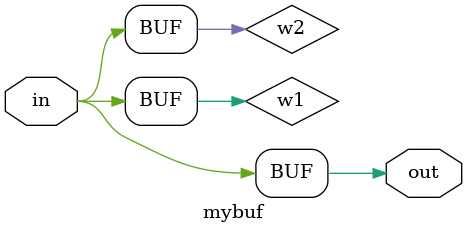
<source format=v>
module test(in1, in2, out);
input in1, in2;
output out;
// Y with cluster of mybuf instances at the junction

wire w1, w2, w3, w4, w5, w6, w7, w8, w9, w10;
assign w1 = in1;
assign w2 = w1;
assign w5 = in2;
assign w6 = w5;
assign w10 = w9;
assign out = w10;

mybuf _mybuf0(w2, w3);
mybuf _mybuf1(w3, w4);

mybuf _mybuf2(w6, w7);
mybuf _mybuf3(w7, w4);

mybuf _mybuf4(w4, w8);
mybuf _mybuf5(w8, w9);
endmodule

module mybuf(in, out);
input in;
output out;
wire w1, w2, w3, w4;

assign w1 = in;
assign w2 = w1;
assign out = w2;
endmodule


</source>
